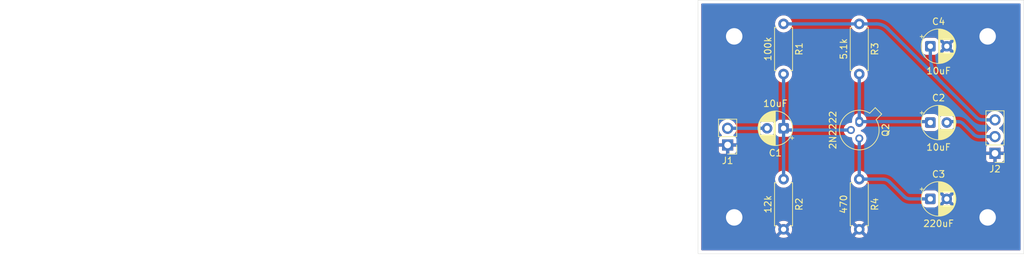
<source format=kicad_pcb>
(kicad_pcb (version 20241229) (generator "pcbnew") (generator_version "9.0")
  (layers (0 "F.Cu" signal) (2 "B.Cu" signal) (13 "F.Paste" user) (15 "B.Paste" user) (5 "F.SilkS" user "F.Silkscreen") (7 "B.SilkS" user "B.Silkscreen") (1 "F.Mask" user) (3 "B.Mask" user) (25 "Edge.Cuts" user))
  (net 0 "")
  (net 1 "Net-(Q2-B)")
  (net 2 "Net-(J1-Pin_2)")
  (net 3 "Net-(J2-Pin_2)")
  (net 4 "Net-(Q2-C)")
  (net 5 "Net-(Q2-E)")
  (net 6 "0")
  (net 7 "Net-(J2-Pin_3)")
  (footprint "MountingHole:MountingHole_2.5mm_Pad" (layer "F.Cu") (at 161.5 91.5)
    (property "Reference" "REF1" (hide yes))
    (property "Value" "MountingHole_2.5mm_Pad" (hide yes))
    (pad "1" thru_hole roundrect (at 0 0) (size 5 5) (drill 2.5) (layers "*.Cu" "*.Mask") (roundrect_rratio 0.1) (net 6 "0"))
  )
  (footprint "Connector_PinHeader_2.54mm:PinHeader_1x02_P2.54mm_Vertical" (layer "F.Cu") (at 122 80.5 180)
    (property "Reference" "J1" (at 0 -2.38 0) (layer "F.SilkS"))
    (property "Value" "Conn_01x02")
    (pad "1" thru_hole rect (at 0 0 180) (size 1.7 1.7) (drill 1) (layers "*.Cu" "*.Mask") (net 6 "0"))
    (pad "2" thru_hole circle (at 0 2.54 180) (size 1.7 1.7) (drill 1) (layers "*.Cu" "*.Mask") (net 2 "Net-(J1-Pin_2)"))
  )
  (footprint "MountingHole:MountingHole_2.5mm_Pad" (layer "F.Cu") (at 161.5 64)
    (property "Reference" "REF0" (hide yes))
    (property "Value" "MountingHole_2.5mm_Pad" (hide yes))
    (pad "1" thru_hole circle (at 0 0) (size 5 5) (drill 2.5) (layers "*.Cu" "*.Mask") (net 6 "0"))
  )
  (footprint "Resistor_THT:R_Axial_DIN0207_L6.3mm_D2.5mm_P7.62mm_Horizontal" (layer "F.Cu") (at 142 85.69 -90)
    (property "Reference" "R4" (at 3.81 -2.37 90) (layer "F.SilkS"))
    (property "Value" "470" (at 3.81 2.37 90) (layer "F.SilkS"))
    (pad "1" thru_hole circle (at 0 0 270) (size 1.6 1.6) (drill 0.8) (layers "*.Cu" "*.Mask") (net 5 "Net-(Q2-E)"))
    (pad "2" thru_hole circle (at 7.62 0 270) (size 1.6 1.6) (drill 0.8) (layers "*.Cu" "*.Mask") (net 6 "0"))
  )
  (footprint "MountingHole:MountingHole_2.5mm_Pad" (layer "F.Cu") (at 123 64)
    (property "Reference" "REF3" (hide yes))
    (property "Value" "MountingHole_2.5mm_Pad" (hide yes))
    (pad "1" thru_hole circle (at 0 0) (size 5 5) (drill 2.5) (layers "*.Cu" "*.Mask") (net 6 "0"))
  )
  (footprint "Resistor_THT:R_Axial_DIN0207_L6.3mm_D2.5mm_P7.62mm_Horizontal" (layer "F.Cu") (at 142 62.105595 -90)
    (property "Reference" "R3" (at 3.81 -2.37 90) (layer "F.SilkS"))
    (property "Value" "5.1k" (at 3.81 2.37 90) (layer "F.SilkS"))
    (pad "1" thru_hole circle (at 0 0 270) (size 1.6 1.6) (drill 0.8) (layers "*.Cu" "*.Mask") (net 7 "Net-(J2-Pin_3)"))
    (pad "2" thru_hole circle (at 7.62 0 270) (size 1.6 1.6) (drill 0.8) (layers "*.Cu" "*.Mask") (net 4 "Net-(Q2-C)"))
  )
  (footprint "Resistor_THT:R_Axial_DIN0207_L6.3mm_D2.5mm_P7.62mm_Horizontal" (layer "F.Cu") (at 130.5 62.105595 -90)
    (property "Reference" "R1" (at 3.81 -2.37 90) (layer "F.SilkS"))
    (property "Value" "100k" (at 3.81 2.37 90) (layer "F.SilkS"))
    (pad "1" thru_hole circle (at 0 0 270) (size 1.6 1.6) (drill 0.8) (layers "*.Cu" "*.Mask") (net 7 "Net-(J2-Pin_3)"))
    (pad "2" thru_hole circle (at 7.62 0 270) (size 1.6 1.6) (drill 0.8) (layers "*.Cu" "*.Mask") (net 1 "Net-(Q2-B)"))
  )
  (footprint "Capacitor_THT:CP_Radial_D5.0mm_P2.50mm" (layer "F.Cu") (at 130.5 77.96 180)
    (property "Reference" "C1" (at 1.25 -3.75 0) (layer "F.SilkS"))
    (property "Value" "10uF" (at 1.25 3.75 0) (layer "F.SilkS"))
    (pad "1" thru_hole roundrect (at 0 0 180) (size 1.6 1.6) (drill 0.8) (layers "*.Cu" "*.Mask") (roundrect_rratio 0.15625) (net 1 "Net-(Q2-B)"))
    (pad "2" thru_hole circle (at 2.5 0 180) (size 1.6 1.6) (drill 0.8) (layers "*.Cu" "*.Mask") (net 2 "Net-(J1-Pin_2)"))
  )
  (footprint "Package_TO_SOT_THT:TO-18-3" (layer "F.Cu") (at 142 76.96 -90)
    (property "Reference" "Q2" (at 1.27 -4.01 90) (layer "F.SilkS"))
    (property "Value" "2N2222" (at 1.27 4.01 90) (layer "F.SilkS"))
    (pad "1" thru_hole oval (at 0 0 270) (size 1.6 1.2) (drill 0.7) (layers "*.Cu" "*.Mask") (net 4 "Net-(Q2-C)"))
    (pad "2" thru_hole circle (at 1.27 1.27 270) (size 1.2 1.2) (drill 0.7) (layers "*.Cu" "*.Mask") (net 1 "Net-(Q2-B)"))
    (pad "3" thru_hole circle (at 2.54 0 270) (size 1.2 1.2) (drill 0.7) (layers "*.Cu" "*.Mask") (net 5 "Net-(Q2-E)"))
  )
  (footprint "Capacitor_THT:CP_Radial_D5.0mm_P2.50mm" (layer "F.Cu") (at 152.794888 88.69)
    (property "Reference" "C3" (at 1.25 -3.75 0) (layer "F.SilkS"))
    (property "Value" "220uF" (at 1.25 3.75 0) (layer "F.SilkS"))
    (pad "1" thru_hole roundrect (at 0 0) (size 1.6 1.6) (drill 0.8) (layers "*.Cu" "*.Mask") (roundrect_rratio 0.15625) (net 5 "Net-(Q2-E)"))
    (pad "2" thru_hole circle (at 2.5 0) (size 1.6 1.6) (drill 0.8) (layers "*.Cu" "*.Mask") (net 6 "0"))
  )
  (footprint "Capacitor_THT:CP_Radial_D5.0mm_P2.50mm" (layer "F.Cu") (at 152.794888 65.5)
    (property "Reference" "C4" (at 1.25 -3.75 0) (layer "F.SilkS"))
    (property "Value" "10uF" (at 1.25 3.75 0) (layer "F.SilkS"))
    (pad "1" thru_hole roundrect (at 0 0) (size 1.6 1.6) (drill 0.8) (layers "*.Cu" "*.Mask") (roundrect_rratio 0.15625) (net 7 "Net-(J2-Pin_3)"))
    (pad "2" thru_hole circle (at 2.5 0) (size 1.6 1.6) (drill 0.8) (layers "*.Cu" "*.Mask") (net 6 "0"))
  )
  (footprint "MountingHole:MountingHole_2.5mm_Pad" (layer "F.Cu") (at 123 91.5)
    (property "Reference" "REF2" (hide yes))
    (property "Value" "MountingHole_2.5mm_Pad" (hide yes))
    (pad "1" thru_hole circle (at 0 0) (size 5 5) (drill 2.5) (layers "*.Cu" "*.Mask") (net 6 "0"))
  )
  (footprint "Resistor_THT:R_Axial_DIN0207_L6.3mm_D2.5mm_P7.62mm_Horizontal" (layer "F.Cu") (at 130.5 85.69 -90)
    (property "Reference" "R2" (at 3.81 -2.37 90) (layer "F.SilkS"))
    (property "Value" "12k" (at 3.81 2.37 90) (layer "F.SilkS"))
    (pad "1" thru_hole circle (at 0 0 270) (size 1.6 1.6) (drill 0.8) (layers "*.Cu" "*.Mask") (net 1 "Net-(Q2-B)"))
    (pad "2" thru_hole circle (at 7.62 0 270) (size 1.6 1.6) (drill 0.8) (layers "*.Cu" "*.Mask") (net 6 "0"))
  )
  (footprint "Capacitor_THT:CP_Radial_D5.0mm_P2.50mm" (layer "F.Cu") (at 152.794888 77.095)
    (property "Reference" "C2" (at 1.25 -3.75 0) (layer "F.SilkS"))
    (property "Value" "10uF" (at 1.25 3.75 0) (layer "F.SilkS"))
    (pad "1" thru_hole roundrect (at 0 0) (size 1.6 1.6) (drill 0.8) (layers "*.Cu" "*.Mask") (roundrect_rratio 0.15625) (net 4 "Net-(Q2-C)"))
    (pad "2" thru_hole circle (at 2.5 0) (size 1.6 1.6) (drill 0.8) (layers "*.Cu" "*.Mask") (net 3 "Net-(J2-Pin_2)"))
  )
  (footprint "Connector_PinHeader_2.54mm:PinHeader_1x03_P2.54mm_Vertical" (layer "F.Cu") (at 162.615 81.765 180)
    (property "Reference" "J2" (at 0 -2.38 0) (layer "F.SilkS"))
    (property "Value" "Conn_01x03")
    (pad "1" thru_hole rect (at 0 0 180) (size 1.7 1.7) (drill 1) (layers "*.Cu" "*.Mask") (net 6 "0"))
    (pad "2" thru_hole circle (at 0 2.54 180) (size 1.7 1.7) (drill 1) (layers "*.Cu" "*.Mask") (net 3 "Net-(J2-Pin_2)"))
    (pad "3" thru_hole circle (at 0 5.08 180) (size 1.7 1.7) (drill 1) (layers "*.Cu" "*.Mask") (net 7 "Net-(J2-Pin_3)"))
  )
  (gr_rect (start 117.5 58.5) (end 167 97) (stroke (width 0.05)) (fill no) (layer "Edge.Cuts"))
  (segment (start 140.563526 78.063526) (end 140.729925 78.229969) (width 0.2) (layer "B.Cu") (net 1))
  (segment (start 130.5 78.008039) (end 130.5 85.69) (width 0.5) (layer "B.Cu") (net 1))
  (segment (start 140.429565 78.008033) (end 140.351088 78.008039) (width 0.2) (layer "B.Cu") (net 1))
  (segment (start 130.5 78.008039) (end 130.5 69.725595) (width 0.5) (layer "B.Cu") (net 1))
  (segment (start 130.5 78.23) (end 140.73 78.23) (width 0.5) (layer "B.Cu") (net 1))
  (arc (start 140.563526 78.063526) (mid 140.502066 78.022453) (end 140.429565 78.008033) (width 0.2) (layer "B.Cu") (net 1))
  (segment (start 122 77.96) (end 128 77.96) (width 0.5) (layer "B.Cu") (net 2))
  (segment (start 157.039058 76.951961) (end 155.294888 76.951961) (width 0.5) (layer "B.Cu") (net 3))
  (segment (start 155.29487 77.03768) (end 155.294888 77.294888) (width 0.2) (layer "B.Cu") (net 3))
  (segment (start 155.380607 76.951949) (end 155.466351 76.951961) (width 0.2) (layer "B.Cu") (net 3))
  (segment (start 157.743927 77.243927) (end 159.354312 78.854312) (width 0.5) (layer "B.Cu") (net 3))
  (segment (start 160.249233 79.225) (end 162.615 79.225) (width 0.5) (layer "B.Cu") (net 3))
  (arc (start 155.380607 76.951949) (mid 155.31998 76.977055) (end 155.29487 77.03768) (width 0.2) (layer "B.Cu") (net 3))
  (arc (start 159.354312 78.854312) (mid 159.764905 79.128662) (end 160.249233 79.225) (width 0.5) (layer "B.Cu") (net 3))
  (arc (start 157.743927 77.243927) (mid 157.42053 77.02784) (end 157.039058 76.951961) (width 0.5) (layer "B.Cu") (net 3))
  (segment (start 142.010878 76.951956) (end 142.016567 76.951961) (width 0.5) (layer "B.Cu") (net 4))
  (segment (start 142 76.951516) (end 142 69.725595) (width 0.5) (layer "B.Cu") (net 4))
  (segment (start 142.016567 76.951961) (end 152.794888 76.951961) (width 0.5) (layer "B.Cu") (net 4))
  (segment (start 142.005995 76.953998) (end 142.006027 76.953966) (width 0.5) (layer "B.Cu") (net 4))
  (arc (start 142.000017 76.957113) (mid 142.000745 76.958196) (end 142.002026 76.957946) (width 0.5) (layer "B.Cu") (net 4))
  (arc (start 142 76.951516) (mid 142.000004 76.954314) (end 142.000017 76.957113) (width 0.5) (layer "B.Cu") (net 4))
  (arc (start 142.005995 76.953998) (mid 142.004014 76.955975) (end 142.002026 76.957946) (width 0.5) (layer "B.Cu") (net 4))
  (arc (start 142.010878 76.951956) (mid 142.008252 76.952476) (end 142.006027 76.953966) (width 0.5) (layer "B.Cu") (net 4))
  (segment (start 149.716609 88.690007) (end 152.5 88.69) (width 0.5) (layer "B.Cu") (net 5))
  (segment (start 152.497035 88.69005) (end 152.494315 88.69) (width 0.2) (layer "B.Cu") (net 5))
  (segment (start 146.628339 86.128367) (end 148.817622 88.317637) (width 0.5) (layer "B.Cu") (net 5))
  (segment (start 145.570076 85.690019) (end 142 85.69) (width 0.5) (layer "B.Cu") (net 5))
  (segment (start 152.494056 88.695942) (end 152.491961 88.698039) (width 0.2) (layer "B.Cu") (net 5))
  (segment (start 142 85.69) (end 142 79.5) (width 0.5) (layer "B.Cu") (net 5))
  (arc (start 145.570076 85.690019) (mid 146.142803 85.803944) (end 146.628339 86.128367) (width 0.5) (layer "B.Cu") (net 5))
  (arc (start 152.497867 88.69206) (mid 152.49597 88.694009) (end 152.494056 88.695942) (width 0.2) (layer "B.Cu") (net 5))
  (arc (start 152.497035 88.69005) (mid 152.498108 88.690782) (end 152.497867 88.69206) (width 0.2) (layer "B.Cu") (net 5))
  (arc (start 148.817622 88.317637) (mid 149.230081 88.593232) (end 149.716609 88.690007) (width 0.5) (layer "B.Cu") (net 5))
  (segment (start 130.5 93.31) (end 130.089825 93.31) (width 0.2) (layer "B.Cu") (net 6))
  (segment (start 152.794887 69.294887) (end 152.794887 69.294893) (width 0.5) (layer "B.Cu") (net 7))
  (segment (start 150.503987 67.003981) (end 146.31678 62.816755) (width 0.5) (layer "B.Cu") (net 7))
  (segment (start 152.794887 69.294893) (end 154.499997 71.000003) (width 0.5) (layer "B.Cu") (net 7))
  (segment (start 152.794888 65.5) (end 152.794888 67.040922) (width 0.5) (layer "B.Cu") (net 7))
  (segment (start 154.388656 70.888662) (end 154.499997 71.000003) (width 0.5) (layer "B.Cu") (net 7))
  (segment (start 150.503987 67.003981) (end 152.794887 69.294887) (width 0.5) (layer "B.Cu") (net 7))
  (segment (start 152.794888 67.040922) (end 152.794882 67.040928) (width 0.5) (layer "B.Cu") (net 7))
  (segment (start 144.599842 62.105574) (end 130.5 62.105595) (width 0.5) (layer "B.Cu") (net 7))
  (segment (start 154.499997 71.000003) (end 159.787498 76.287479) (width 0.5) (layer "B.Cu") (net 7))
  (segment (start 160.747197 76.685) (end 162.615 76.685) (width 0.5) (layer "B.Cu") (net 7))
  (arc (start 152.794882 67.040928) (mid 153.209096 69.123329) (end 154.388656 70.888662) (width 0.5) (layer "B.Cu") (net 7))
  (arc (start 146.31678 62.816755) (mid 145.529043 62.290404) (end 144.599842 62.105574) (width 0.5) (layer "B.Cu") (net 7))
  (arc (start 159.787498 76.287479) (mid 160.227813 76.581689) (end 160.747197 76.685) (width 0.5) (layer "B.Cu") (net 7))
  (zone (net 6) (net_name "0") (layers "F.Cu" "B.Cu") (connect_pads (clearance 0.5)) (min_thickness 0.25) (fill yes (thermal_gap 0.5) (thermal_bridge_width 0.5))
    (polygon (pts (xy 117.5 58.5) (xy 117.5 97) (xy 167 97) (xy 167 58.5)))
  )
)
</source>
